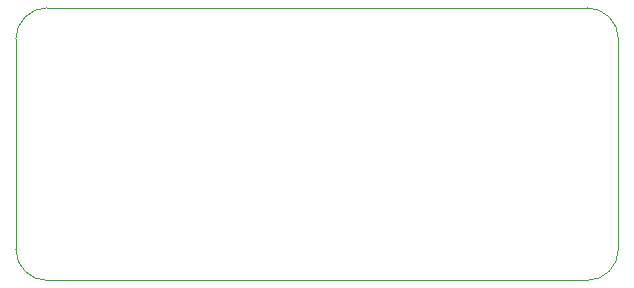
<source format=gbr>
%TF.GenerationSoftware,KiCad,Pcbnew,(7.0.0)*%
%TF.CreationDate,2023-03-18T03:14:20-07:00*%
%TF.ProjectId,Voltage_Sensor_Timer,566f6c74-6167-4655-9f53-656e736f725f,0*%
%TF.SameCoordinates,Original*%
%TF.FileFunction,Legend,Top*%
%TF.FilePolarity,Positive*%
%FSLAX46Y46*%
G04 Gerber Fmt 4.6, Leading zero omitted, Abs format (unit mm)*
G04 Created by KiCad (PCBNEW (7.0.0)) date 2023-03-18 03:14:20*
%MOMM*%
%LPD*%
G01*
G04 APERTURE LIST*
%ADD10C,0.120000*%
G04 APERTURE END LIST*
D10*
%TO.C,ESP1*%
X128789192Y-107524732D02*
X174509192Y-107524732D01*
X126139192Y-87094732D02*
X126139192Y-104874732D01*
X177159192Y-87094732D02*
X177159192Y-104874732D01*
X128789192Y-84444732D02*
X174509192Y-84444732D01*
X126139192Y-104874732D02*
G75*
G03*
X128789192Y-107524732I2650000J0D01*
G01*
X174509192Y-107524732D02*
G75*
G03*
X177159192Y-104874732I0J2650000D01*
G01*
X128789192Y-84444732D02*
G75*
G03*
X126139192Y-87094732I-2J-2649998D01*
G01*
X177159188Y-87094732D02*
G75*
G03*
X174509192Y-84444732I-2650008J-8D01*
G01*
%TD*%
M02*

</source>
